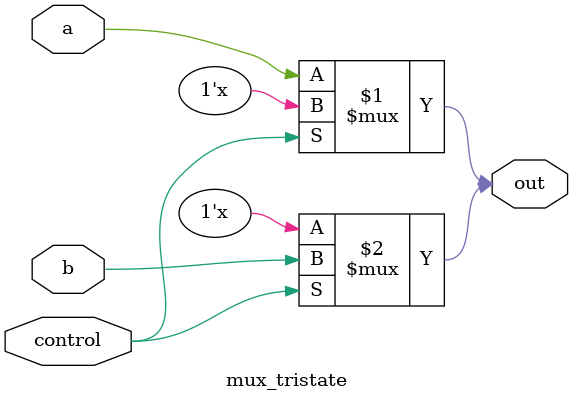
<source format=v>
`timescale 1ns / 1ps


module mux_tristate(out, a, b, control);
output out ;
input a,b,control ;
tri out;
wire a,b,control;

bufif0 b1(out,a,control) ;  //drives a when control = 0 
bufif1 b2(out,b,control) ;  //drives b when control = 1

endmodule

</source>
